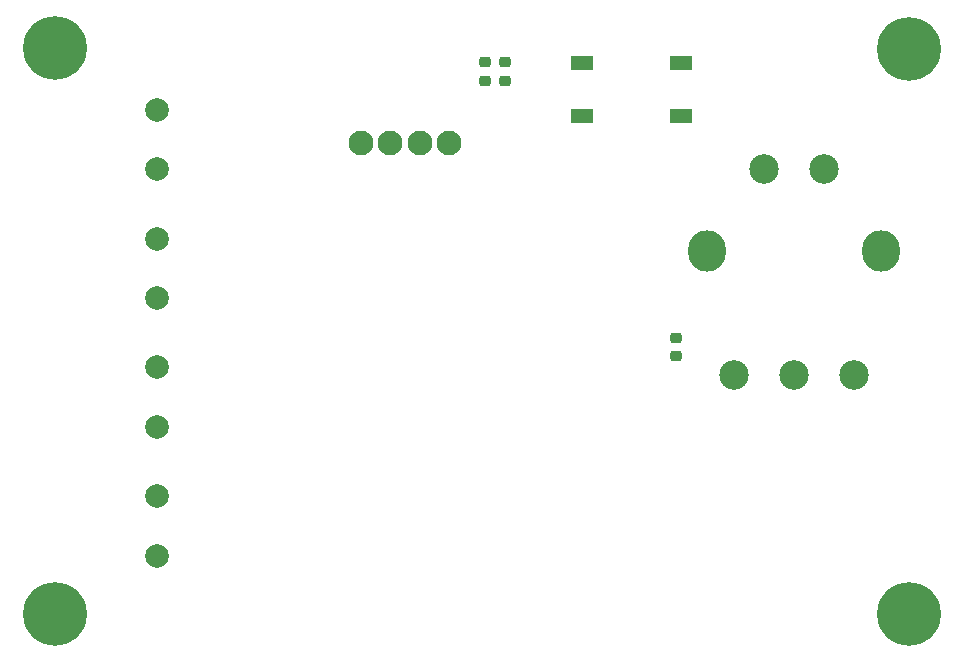
<source format=gbs>
G04 #@! TF.GenerationSoftware,KiCad,Pcbnew,7.0.9*
G04 #@! TF.CreationDate,2024-10-07T21:29:26-04:00*
G04 #@! TF.ProjectId,T12 soldering station V12,54313220-736f-46c6-9465-72696e672073,rev?*
G04 #@! TF.SameCoordinates,Original*
G04 #@! TF.FileFunction,Soldermask,Bot*
G04 #@! TF.FilePolarity,Negative*
%FSLAX46Y46*%
G04 Gerber Fmt 4.6, Leading zero omitted, Abs format (unit mm)*
G04 Created by KiCad (PCBNEW 7.0.9) date 2024-10-07 21:29:26*
%MOMM*%
%LPD*%
G01*
G04 APERTURE LIST*
G04 Aperture macros list*
%AMRoundRect*
0 Rectangle with rounded corners*
0 $1 Rounding radius*
0 $2 $3 $4 $5 $6 $7 $8 $9 X,Y pos of 4 corners*
0 Add a 4 corners polygon primitive as box body*
4,1,4,$2,$3,$4,$5,$6,$7,$8,$9,$2,$3,0*
0 Add four circle primitives for the rounded corners*
1,1,$1+$1,$2,$3*
1,1,$1+$1,$4,$5*
1,1,$1+$1,$6,$7*
1,1,$1+$1,$8,$9*
0 Add four rect primitives between the rounded corners*
20,1,$1+$1,$2,$3,$4,$5,0*
20,1,$1+$1,$4,$5,$6,$7,0*
20,1,$1+$1,$6,$7,$8,$9,0*
20,1,$1+$1,$8,$9,$2,$3,0*%
G04 Aperture macros list end*
%ADD10C,3.100000*%
%ADD11C,5.400000*%
%ADD12C,2.000000*%
%ADD13O,3.200000X3.500000*%
%ADD14C,2.500000*%
%ADD15C,2.100000*%
%ADD16RoundRect,0.218750X-0.256250X0.218750X-0.256250X-0.218750X0.256250X-0.218750X0.256250X0.218750X0*%
%ADD17R,1.900000X1.300000*%
G04 APERTURE END LIST*
D10*
X129235200Y-139776200D03*
D11*
X129235200Y-139776200D03*
D10*
X129235200Y-91871800D03*
D11*
X129235200Y-91871800D03*
D12*
X65532000Y-118872000D03*
X65532000Y-123872000D03*
X65532000Y-108030000D03*
X65532000Y-113030000D03*
D10*
X56896000Y-139776200D03*
D11*
X56896000Y-139776200D03*
D10*
X56896000Y-91821000D03*
D11*
X56896000Y-91821000D03*
D12*
X65532000Y-129794000D03*
X65532000Y-134794000D03*
X65532000Y-97108000D03*
X65532000Y-102108000D03*
D13*
X126881600Y-109032400D03*
X112081600Y-109032400D03*
D14*
X124561600Y-119532400D03*
X119481600Y-119532400D03*
X114401600Y-119532400D03*
X122021600Y-102032400D03*
X116941600Y-102032400D03*
D15*
X90275000Y-99875000D03*
X87775000Y-99875000D03*
X85275000Y-99875000D03*
X82775000Y-99875000D03*
D16*
X94970600Y-93040100D03*
X94970600Y-94615100D03*
X93345000Y-93040100D03*
X93345000Y-94615100D03*
D17*
X109889400Y-93101600D03*
X101489400Y-93101600D03*
X109889400Y-97601600D03*
X101489400Y-97601600D03*
D16*
X109479400Y-116346500D03*
X109479400Y-117921500D03*
M02*

</source>
